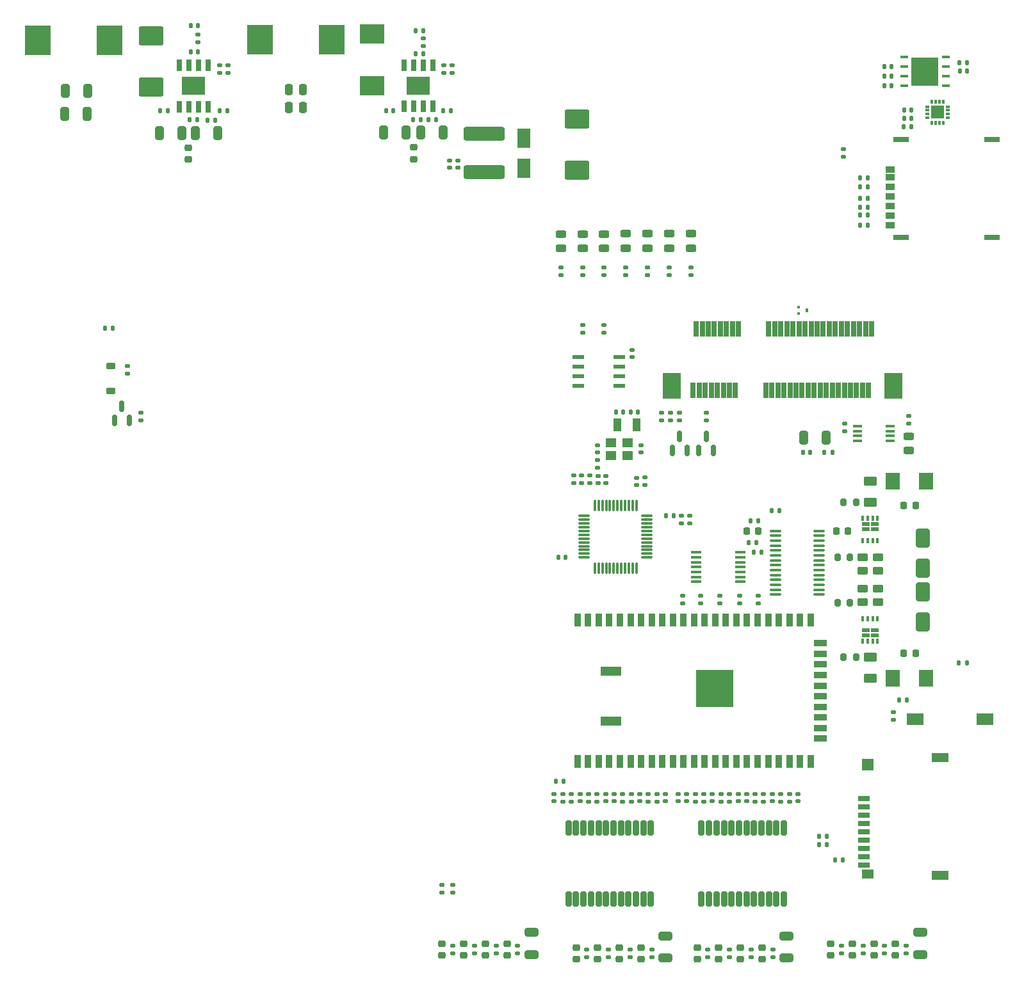
<source format=gtp>
G04 #@! TF.GenerationSoftware,KiCad,Pcbnew,7.0.6-0*
G04 #@! TF.CreationDate,2023-09-12T11:21:30-03:00*
G04 #@! TF.ProjectId,macunaima_rev2.3,6d616375-6e61-4696-9d61-5f726576322e,rev?*
G04 #@! TF.SameCoordinates,Original*
G04 #@! TF.FileFunction,Paste,Top*
G04 #@! TF.FilePolarity,Positive*
%FSLAX46Y46*%
G04 Gerber Fmt 4.6, Leading zero omitted, Abs format (unit mm)*
G04 Created by KiCad (PCBNEW 7.0.6-0) date 2023-09-12 11:21:30*
%MOMM*%
%LPD*%
G01*
G04 APERTURE LIST*
G04 Aperture macros list*
%AMRoundRect*
0 Rectangle with rounded corners*
0 $1 Rounding radius*
0 $2 $3 $4 $5 $6 $7 $8 $9 X,Y pos of 4 corners*
0 Add a 4 corners polygon primitive as box body*
4,1,4,$2,$3,$4,$5,$6,$7,$8,$9,$2,$3,0*
0 Add four circle primitives for the rounded corners*
1,1,$1+$1,$2,$3*
1,1,$1+$1,$4,$5*
1,1,$1+$1,$6,$7*
1,1,$1+$1,$8,$9*
0 Add four rect primitives between the rounded corners*
20,1,$1+$1,$2,$3,$4,$5,0*
20,1,$1+$1,$4,$5,$6,$7,0*
20,1,$1+$1,$6,$7,$8,$9,0*
20,1,$1+$1,$8,$9,$2,$3,0*%
G04 Aperture macros list end*
%ADD10RoundRect,0.225000X0.250000X-0.225000X0.250000X0.225000X-0.250000X0.225000X-0.250000X-0.225000X0*%
%ADD11R,1.000000X1.800000*%
%ADD12RoundRect,0.135000X0.185000X-0.135000X0.185000X0.135000X-0.185000X0.135000X-0.185000X-0.135000X0*%
%ADD13RoundRect,0.140000X-0.140000X-0.170000X0.140000X-0.170000X0.140000X0.170000X-0.140000X0.170000X0*%
%ADD14RoundRect,0.135000X-0.185000X0.135000X-0.185000X-0.135000X0.185000X-0.135000X0.185000X0.135000X0*%
%ADD15RoundRect,0.140000X0.170000X-0.140000X0.170000X0.140000X-0.170000X0.140000X-0.170000X-0.140000X0*%
%ADD16RoundRect,0.140000X0.140000X0.170000X-0.140000X0.170000X-0.140000X-0.170000X0.140000X-0.170000X0*%
%ADD17RoundRect,0.135000X0.135000X0.185000X-0.135000X0.185000X-0.135000X-0.185000X0.135000X-0.185000X0*%
%ADD18RoundRect,0.140000X-0.170000X0.140000X-0.170000X-0.140000X0.170000X-0.140000X0.170000X0.140000X0*%
%ADD19RoundRect,0.135000X-0.135000X-0.185000X0.135000X-0.185000X0.135000X0.185000X-0.135000X0.185000X0*%
%ADD20RoundRect,0.100000X-0.637500X-0.100000X0.637500X-0.100000X0.637500X0.100000X-0.637500X0.100000X0*%
%ADD21RoundRect,0.243750X0.456250X-0.243750X0.456250X0.243750X-0.456250X0.243750X-0.456250X-0.243750X0*%
%ADD22RoundRect,0.250000X-0.325000X-0.650000X0.325000X-0.650000X0.325000X0.650000X-0.325000X0.650000X0*%
%ADD23R,0.650000X1.525000*%
%ADD24R,3.100000X2.400000*%
%ADD25R,0.450000X0.400000*%
%ADD26R,0.450000X0.500000*%
%ADD27RoundRect,0.195000X-0.195000X0.805000X-0.195000X-0.805000X0.195000X-0.805000X0.195000X0.805000X0*%
%ADD28RoundRect,0.147500X-0.147500X-0.172500X0.147500X-0.172500X0.147500X0.172500X-0.147500X0.172500X0*%
%ADD29R,1.800000X2.500000*%
%ADD30R,0.300000X0.570000*%
%ADD31R,0.570000X0.300000*%
%ADD32R,1.750000X1.750000*%
%ADD33RoundRect,0.218750X0.256250X-0.218750X0.256250X0.218750X-0.256250X0.218750X-0.256250X-0.218750X0*%
%ADD34R,1.879600X2.260600*%
%ADD35RoundRect,0.225000X-0.375000X0.225000X-0.375000X-0.225000X0.375000X-0.225000X0.375000X0.225000X0*%
%ADD36R,1.600000X0.600000*%
%ADD37R,1.550000X0.600000*%
%ADD38RoundRect,0.200000X-0.200000X-0.275000X0.200000X-0.275000X0.200000X0.275000X-0.200000X0.275000X0*%
%ADD39RoundRect,0.225000X0.225000X0.250000X-0.225000X0.250000X-0.225000X-0.250000X0.225000X-0.250000X0*%
%ADD40RoundRect,0.250000X-0.450000X0.262500X-0.450000X-0.262500X0.450000X-0.262500X0.450000X0.262500X0*%
%ADD41R,3.500000X4.000000*%
%ADD42R,1.000000X0.600000*%
%ADD43R,0.420000X0.700000*%
%ADD44RoundRect,0.243750X-0.456250X0.243750X-0.456250X-0.243750X0.456250X-0.243750X0.456250X0.243750X0*%
%ADD45RoundRect,0.250000X-0.650000X0.325000X-0.650000X-0.325000X0.650000X-0.325000X0.650000X0.325000X0*%
%ADD46RoundRect,0.147500X0.172500X-0.147500X0.172500X0.147500X-0.172500X0.147500X-0.172500X-0.147500X0*%
%ADD47R,1.600200X0.711200*%
%ADD48R,1.498600X1.193800*%
%ADD49R,2.209800X1.193800*%
%ADD50R,1.498600X1.600200*%
%ADD51RoundRect,0.250000X0.625000X-0.375000X0.625000X0.375000X-0.625000X0.375000X-0.625000X-0.375000X0*%
%ADD52RoundRect,0.250000X0.325000X0.650000X-0.325000X0.650000X-0.325000X-0.650000X0.325000X-0.650000X0*%
%ADD53R,3.300000X2.500000*%
%ADD54RoundRect,0.075000X-0.075000X0.662500X-0.075000X-0.662500X0.075000X-0.662500X0.075000X0.662500X0*%
%ADD55RoundRect,0.075000X-0.662500X0.075000X-0.662500X-0.075000X0.662500X-0.075000X0.662500X0.075000X0*%
%ADD56RoundRect,0.250000X0.650000X-1.000000X0.650000X1.000000X-0.650000X1.000000X-0.650000X-1.000000X0*%
%ADD57R,1.150000X0.350000*%
%ADD58RoundRect,0.250000X0.250000X0.475000X-0.250000X0.475000X-0.250000X-0.475000X0.250000X-0.475000X0*%
%ADD59RoundRect,0.250000X1.400000X1.000000X-1.400000X1.000000X-1.400000X-1.000000X1.400000X-1.000000X0*%
%ADD60RoundRect,0.225000X-0.225000X-0.250000X0.225000X-0.250000X0.225000X0.250000X-0.225000X0.250000X0*%
%ADD61RoundRect,0.150000X0.150000X-0.587500X0.150000X0.587500X-0.150000X0.587500X-0.150000X-0.587500X0*%
%ADD62R,0.660400X2.108200*%
%ADD63R,2.438400X3.352800*%
%ADD64RoundRect,0.250000X-1.400000X-1.000000X1.400000X-1.000000X1.400000X1.000000X-1.400000X1.000000X0*%
%ADD65R,1.400000X1.200000*%
%ADD66R,1.143000X0.812800*%
%ADD67R,2.108200X0.711200*%
%ADD68RoundRect,0.147500X-0.172500X0.147500X-0.172500X-0.147500X0.172500X-0.147500X0.172500X0.147500X0*%
%ADD69R,2.180000X1.600000*%
%ADD70R,1.409700X0.355600*%
%ADD71RoundRect,0.250000X2.450000X-0.650000X2.450000X0.650000X-2.450000X0.650000X-2.450000X-0.650000X0*%
%ADD72R,0.900000X1.800000*%
%ADD73R,1.800000X0.900000*%
%ADD74R,5.000000X5.000000*%
%ADD75R,2.700000X1.200000*%
%ADD76R,1.112398X0.457200*%
%ADD77R,3.606800X3.708400*%
%ADD78RoundRect,0.250000X-0.650000X1.000000X-0.650000X-1.000000X0.650000X-1.000000X0.650000X1.000000X0*%
%ADD79RoundRect,0.250000X-0.625000X0.375000X-0.625000X-0.375000X0.625000X-0.375000X0.625000X0.375000X0*%
G04 APERTURE END LIST*
G36*
X121943978Y-19491793D02*
G01*
X120340578Y-19491793D01*
X120340578Y-17837593D01*
X121943978Y-17837593D01*
X121943978Y-19491793D01*
G37*
G36*
X121943978Y-17637593D02*
G01*
X120340578Y-17637593D01*
X120340578Y-15983393D01*
X121943978Y-15983393D01*
X121943978Y-17637593D01*
G37*
G36*
X120140578Y-19491793D02*
G01*
X118537178Y-19491793D01*
X118537178Y-17837593D01*
X120140578Y-17837593D01*
X120140578Y-19491793D01*
G37*
G36*
X120140578Y-17637593D02*
G01*
X118537178Y-17637593D01*
X118537178Y-15983393D01*
X120140578Y-15983393D01*
X120140578Y-17637593D01*
G37*
D10*
X79835716Y-135163813D03*
X79835716Y-133613813D03*
D11*
X79601980Y-64481773D03*
X82101980Y-64481773D03*
D12*
X28123573Y-17936573D03*
X28123573Y-16916573D03*
D13*
X124848702Y-17642593D03*
X125808702Y-17642593D03*
D14*
X75551074Y-133878813D03*
X75551074Y-134898813D03*
D15*
X77011980Y-72165441D03*
X77011980Y-71205441D03*
D16*
X24163573Y-15155573D03*
X23203573Y-15155573D03*
D10*
X113495716Y-134676773D03*
X113495716Y-133126773D03*
D17*
X109395000Y-122082000D03*
X108375000Y-122082000D03*
X100980000Y-75836000D03*
X99960000Y-75836000D03*
D12*
X74967921Y-44675573D03*
X74967921Y-43655573D03*
D13*
X79381980Y-62751773D03*
X80341980Y-62751773D03*
D16*
X49958573Y-22906773D03*
X48998573Y-22906773D03*
D14*
X81263930Y-133878813D03*
X81263930Y-134898813D03*
D18*
X109642821Y-64319872D03*
X109642821Y-65279872D03*
D19*
X25411573Y-24211973D03*
X26431573Y-24211973D03*
D20*
X100505491Y-78494273D03*
X100505491Y-79144273D03*
X100505491Y-79794273D03*
X100505491Y-80444273D03*
X100505491Y-81094273D03*
X100505491Y-81744273D03*
X100505491Y-82394273D03*
X100505491Y-83044273D03*
X100505491Y-83694273D03*
X100505491Y-84344273D03*
X100505491Y-84994273D03*
X100505491Y-85644273D03*
X100505491Y-86294273D03*
X100505491Y-86944273D03*
X106230491Y-86944273D03*
X106230491Y-86294273D03*
X106230491Y-85644273D03*
X106230491Y-84994273D03*
X106230491Y-84344273D03*
X106230491Y-83694273D03*
X106230491Y-83044273D03*
X106230491Y-82394273D03*
X106230491Y-81744273D03*
X106230491Y-81094273D03*
X106230491Y-80444273D03*
X106230491Y-79794273D03*
X106230491Y-79144273D03*
X106230491Y-78494273D03*
D21*
X118101021Y-67870972D03*
X118101021Y-65995972D03*
D16*
X82321980Y-62751773D03*
X81361980Y-62751773D03*
D22*
X6541573Y-23307973D03*
X9491573Y-23307973D03*
D14*
X78407502Y-133878813D03*
X78407502Y-134898813D03*
D22*
X48665573Y-25807573D03*
X51615573Y-25807573D03*
D18*
X103445051Y-113330057D03*
X103445051Y-114290057D03*
D23*
X21628573Y-22354973D03*
X22898573Y-22354973D03*
X24168573Y-22354973D03*
X25438573Y-22354973D03*
X25438573Y-16930973D03*
X24168573Y-16930973D03*
X22898573Y-16930973D03*
X21628573Y-16930973D03*
D24*
X23533573Y-19642973D03*
D14*
X63553930Y-133391773D03*
X63553930Y-134411773D03*
D19*
X111671279Y-35647593D03*
X112691279Y-35647593D03*
D12*
X91020435Y-114320057D03*
X91020435Y-113300057D03*
D10*
X92976787Y-135163813D03*
X92976787Y-133613813D03*
D13*
X86032804Y-76531773D03*
X86992804Y-76531773D03*
D15*
X81518573Y-55516773D03*
X81518573Y-54556773D03*
D25*
X103516998Y-48929419D03*
X103516998Y-49729419D03*
D26*
X104666998Y-49329419D03*
D27*
X101598573Y-117850183D03*
X100608573Y-117850183D03*
X99618573Y-117850183D03*
X98628573Y-117850183D03*
X97638573Y-117850183D03*
X96648573Y-117850183D03*
X95658573Y-117850183D03*
X94668573Y-117850183D03*
X93678573Y-117850183D03*
X92688573Y-117850183D03*
X91698573Y-117850183D03*
X90708573Y-117850183D03*
X90708573Y-127250183D03*
X91698573Y-127250183D03*
X92688573Y-127250183D03*
X93678573Y-127250183D03*
X94668573Y-127250183D03*
X95658573Y-127250183D03*
X96648573Y-127250183D03*
X97638573Y-127250183D03*
X98628573Y-127250183D03*
X99618573Y-127250183D03*
X100608573Y-127250183D03*
X101598573Y-127250183D03*
D28*
X97618573Y-81346773D03*
X98588573Y-81346773D03*
D29*
X67178573Y-30511773D03*
X67178573Y-26511773D03*
D14*
X116068000Y-102496000D03*
X116068000Y-103516000D03*
D30*
X121154464Y-24472593D03*
X121654464Y-24472593D03*
X122154464Y-24472593D03*
X122654464Y-24472593D03*
D31*
X123269464Y-23857593D03*
X123269464Y-23357593D03*
X123269464Y-22857593D03*
X123269464Y-22357593D03*
D30*
X122654464Y-21742593D03*
X122154464Y-21742593D03*
X121654464Y-21742593D03*
X121154464Y-21742593D03*
D31*
X120539464Y-22357593D03*
X120539464Y-22857593D03*
X120539464Y-23357593D03*
X120539464Y-23857593D03*
D32*
X121904464Y-23107593D03*
D12*
X72366265Y-114320057D03*
X72366265Y-113300057D03*
X88083573Y-77506773D03*
X88083573Y-76486773D03*
D10*
X107782860Y-134676773D03*
X107782860Y-133126773D03*
D33*
X52635973Y-29345073D03*
X52635973Y-27770073D03*
D28*
X97223573Y-77161773D03*
X98193573Y-77161773D03*
X104106473Y-68095796D03*
X105076473Y-68095796D03*
D12*
X80712031Y-44672711D03*
X80712031Y-43652711D03*
D15*
X73783573Y-72156773D03*
X73783573Y-71196773D03*
D34*
X120428373Y-98011773D03*
X116008773Y-98011773D03*
D33*
X22888573Y-29368073D03*
X22888573Y-27793073D03*
D12*
X24164573Y-13863573D03*
X24164573Y-12843573D03*
D15*
X82101980Y-72450350D03*
X82101980Y-71490350D03*
D35*
X12604573Y-56692573D03*
X12604573Y-59992573D03*
D14*
X90592000Y-87096000D03*
X90592000Y-88116000D03*
D17*
X107240181Y-118926773D03*
X106220181Y-118926773D03*
D14*
X94413511Y-113300057D03*
X94413511Y-114320057D03*
D12*
X81407801Y-114320057D03*
X81407801Y-113300057D03*
D15*
X58463573Y-30441773D03*
X58463573Y-29481773D03*
D14*
X101179663Y-113300057D03*
X101179663Y-114320057D03*
D36*
X74418573Y-55511773D03*
D37*
X74418573Y-56781773D03*
X74418573Y-58051773D03*
X74418573Y-59321773D03*
X79818573Y-59321773D03*
X79818573Y-58051773D03*
X79818573Y-56781773D03*
X79818573Y-55511773D03*
D16*
X112661279Y-38017593D03*
X111701279Y-38017593D03*
D14*
X74863573Y-71166773D03*
X74863573Y-72186773D03*
X57841074Y-125341000D03*
X57841074Y-126361000D03*
D10*
X110639288Y-134676773D03*
X110639288Y-133126773D03*
D38*
X109476173Y-74726773D03*
X111126173Y-74726773D03*
D14*
X102317355Y-113300057D03*
X102317355Y-114320057D03*
D16*
X72728573Y-82031773D03*
X71768573Y-82031773D03*
D15*
X100051971Y-114290057D03*
X100051971Y-113330057D03*
D39*
X118993573Y-94734273D03*
X117443573Y-94734273D03*
D14*
X76897033Y-113300057D03*
X76897033Y-114320057D03*
D40*
X112032373Y-81989273D03*
X112032373Y-83814273D03*
D12*
X97786587Y-114320057D03*
X97786587Y-113300057D03*
D41*
X12435573Y-13614973D03*
X2935573Y-13614973D03*
D18*
X82738707Y-67191773D03*
X82738707Y-68151773D03*
D19*
X117444578Y-25002593D03*
X118464578Y-25002593D03*
D22*
X19053573Y-25896573D03*
X22003573Y-25896573D03*
D28*
X117469578Y-22857593D03*
X118439578Y-22857593D03*
D42*
X112453573Y-78280393D03*
X113583573Y-78280393D03*
X112453573Y-77570393D03*
X113583573Y-77570393D03*
D43*
X112043573Y-76800393D03*
X112693573Y-76800393D03*
X113343573Y-76800393D03*
X113993573Y-76800393D03*
X112043573Y-79800393D03*
X112693573Y-79800393D03*
X113343573Y-79800393D03*
X113993573Y-79800393D03*
D16*
X115845780Y-18372593D03*
X114885780Y-18372593D03*
D12*
X77839976Y-44681773D03*
X77839976Y-43661773D03*
D14*
X93275819Y-113300057D03*
X93275819Y-114320057D03*
D17*
X107240181Y-119986773D03*
X106220181Y-119986773D03*
D44*
X80712031Y-39195073D03*
X80712031Y-41070073D03*
D13*
X52931173Y-15344373D03*
X53891173Y-15344373D03*
D12*
X85445373Y-63884554D03*
X85445373Y-62864554D03*
D15*
X78024725Y-114290057D03*
X78024725Y-113330057D03*
D45*
X119628573Y-131606773D03*
X119628573Y-134556773D03*
D10*
X56412860Y-134676773D03*
X56412860Y-133126773D03*
D46*
X83191980Y-72425350D03*
X83191980Y-71455350D03*
D14*
X112067502Y-133391773D03*
X112067502Y-134411773D03*
D47*
X112172619Y-113913296D03*
X112172619Y-115013296D03*
X112172619Y-116113297D03*
X112172619Y-117213297D03*
X112172619Y-118313297D03*
X112172619Y-119413295D03*
X112172619Y-120513295D03*
X112172619Y-121613296D03*
X112172619Y-122713296D03*
D48*
X112678619Y-123910296D03*
D49*
X122272619Y-124040296D03*
D50*
X112673619Y-109440296D03*
D49*
X122272619Y-108540296D03*
D10*
X59269288Y-134676773D03*
X59269288Y-133126773D03*
D40*
X112032373Y-86143394D03*
X112032373Y-87968394D03*
D51*
X113018573Y-74725393D03*
X113018573Y-71925393D03*
D44*
X72095866Y-39204135D03*
X72095866Y-41079135D03*
D14*
X26987573Y-16909573D03*
X26987573Y-17929573D03*
D52*
X9543573Y-20273973D03*
X6593573Y-20273973D03*
D22*
X23810573Y-25896573D03*
X26760573Y-25896573D03*
D45*
X101966072Y-132093813D03*
X101966072Y-135043813D03*
D53*
X47127373Y-19632573D03*
X47137373Y-12732573D03*
D19*
X111671279Y-31797593D03*
X112691279Y-31797593D03*
D54*
X82101980Y-75109273D03*
X81601980Y-75109273D03*
X81101980Y-75109273D03*
X80601980Y-75109273D03*
X80101980Y-75109273D03*
X79601980Y-75109273D03*
X79101980Y-75109273D03*
X78601980Y-75109273D03*
X78101980Y-75109273D03*
X77601980Y-75109273D03*
X77101980Y-75109273D03*
X76601980Y-75109273D03*
D55*
X75189480Y-76521773D03*
X75189480Y-77021773D03*
X75189480Y-77521773D03*
X75189480Y-78021773D03*
X75189480Y-78521773D03*
X75189480Y-79021773D03*
X75189480Y-79521773D03*
X75189480Y-80021773D03*
X75189480Y-80521773D03*
X75189480Y-81021773D03*
X75189480Y-81521773D03*
X75189480Y-82021773D03*
D54*
X76601980Y-83434273D03*
X77101980Y-83434273D03*
X77601980Y-83434273D03*
X78101980Y-83434273D03*
X78601980Y-83434273D03*
X79101980Y-83434273D03*
X79601980Y-83434273D03*
X80101980Y-83434273D03*
X80601980Y-83434273D03*
X81101980Y-83434273D03*
X81601980Y-83434273D03*
X82101980Y-83434273D03*
D55*
X83514480Y-82021773D03*
X83514480Y-81521773D03*
X83514480Y-81021773D03*
X83514480Y-80521773D03*
X83514480Y-80021773D03*
X83514480Y-79521773D03*
X83514480Y-79021773D03*
X83514480Y-78521773D03*
X83514480Y-78021773D03*
X83514480Y-77521773D03*
X83514480Y-77021773D03*
X83514480Y-76521773D03*
D12*
X86456141Y-44672711D03*
X86456141Y-43652711D03*
D14*
X56412860Y-125376000D03*
X56412860Y-126396000D03*
D13*
X52931173Y-12300373D03*
X53891173Y-12300373D03*
D16*
X72428573Y-111651773D03*
X71468573Y-111651773D03*
D10*
X90120359Y-135163813D03*
X90120359Y-133613813D03*
D15*
X76965254Y-68151773D03*
X76965254Y-67191773D03*
D14*
X98226000Y-87096000D03*
X98226000Y-88116000D03*
D15*
X57388573Y-30441773D03*
X57388573Y-29481773D03*
D56*
X119951173Y-90534273D03*
X119951173Y-86534273D03*
D46*
X87660418Y-114295057D03*
X87660418Y-113325057D03*
D14*
X117780358Y-133391773D03*
X117780358Y-134411773D03*
D16*
X112661279Y-34537593D03*
X111701279Y-34537593D03*
X112661279Y-36727593D03*
X111701279Y-36727593D03*
D57*
X111303221Y-64637672D03*
X111303221Y-65287672D03*
X111303221Y-65937672D03*
X111303221Y-66587672D03*
X115653221Y-66587672D03*
X115653221Y-65937672D03*
X115653221Y-65287672D03*
X115653221Y-64637672D03*
D18*
X78081980Y-71205441D03*
X78081980Y-72165441D03*
D44*
X89328199Y-39195073D03*
X89328199Y-41070073D03*
D10*
X95833215Y-135163813D03*
X95833215Y-133613813D03*
D58*
X38003573Y-22481773D03*
X36103573Y-22481773D03*
D14*
X16590573Y-62856573D03*
X16590573Y-63876573D03*
D10*
X74122860Y-135163813D03*
X74122860Y-133613813D03*
D59*
X74223573Y-30815273D03*
X74223573Y-24015273D03*
D60*
X117443573Y-75154273D03*
X118993573Y-75154273D03*
D39*
X110083573Y-78491773D03*
X108533573Y-78491773D03*
D14*
X57841074Y-133391773D03*
X57841074Y-134411773D03*
D18*
X88755051Y-113330057D03*
X88755051Y-114290057D03*
D38*
X108696173Y-88004273D03*
X110346173Y-88004273D03*
D14*
X93158000Y-87096000D03*
X93158000Y-88116000D03*
D15*
X82535493Y-114290057D03*
X82535493Y-113330057D03*
D19*
X56518573Y-22881773D03*
X57538573Y-22881773D03*
D41*
X41803573Y-13490173D03*
X32303573Y-13490173D03*
D45*
X68258573Y-131606773D03*
X68258573Y-134556773D03*
D14*
X60697502Y-133391773D03*
X60697502Y-134411773D03*
D12*
X73503957Y-114320057D03*
X73503957Y-113300057D03*
D14*
X91312773Y-62864554D03*
X91312773Y-63884554D03*
D10*
X82692144Y-135163813D03*
X82692144Y-133613813D03*
D61*
X86882973Y-67888296D03*
X88782973Y-67888296D03*
X87832973Y-66013296D03*
D14*
X87832973Y-62864554D03*
X87832973Y-63884554D03*
D44*
X86456141Y-39195073D03*
X86456141Y-41070073D03*
D62*
X89598998Y-59942001D03*
X89999000Y-51742000D03*
X90398999Y-59942001D03*
X90798998Y-51742000D03*
X91199000Y-59942001D03*
X91598999Y-51742000D03*
X91998998Y-59942001D03*
X92398998Y-51742000D03*
X92798999Y-59942001D03*
X93198998Y-51742000D03*
X93598998Y-59942001D03*
X93998999Y-51742000D03*
X94398999Y-59942001D03*
X94798998Y-51742000D03*
X95198997Y-59942001D03*
X95598999Y-51742000D03*
X99198998Y-59942001D03*
X99598997Y-51742000D03*
X99998999Y-59942001D03*
X100398998Y-51742000D03*
X100798997Y-59942001D03*
X101198999Y-51742000D03*
X101598998Y-59942001D03*
X101998997Y-51742000D03*
X102398997Y-59942001D03*
X102798998Y-51742000D03*
X103198998Y-59942001D03*
X103598997Y-51742000D03*
X103998999Y-59942001D03*
X104398998Y-51742000D03*
X104798997Y-59942001D03*
X105198999Y-51742000D03*
X105598998Y-59942001D03*
X105998997Y-51742000D03*
X106398996Y-59942001D03*
X106798998Y-51742000D03*
X107198997Y-59942001D03*
X107598996Y-51742000D03*
X107998998Y-59942001D03*
X108398997Y-51742000D03*
X108798997Y-59942001D03*
X109198996Y-51742000D03*
X109598998Y-59942001D03*
X109998997Y-51742000D03*
X110398996Y-59942001D03*
X110798998Y-51742000D03*
X111198997Y-59942001D03*
X111598996Y-51742000D03*
X111998998Y-59942001D03*
X112398997Y-51742000D03*
X112798996Y-59942001D03*
X113198995Y-51742000D03*
D63*
X86749002Y-59319701D03*
X116048994Y-59319701D03*
D40*
X114021173Y-86133394D03*
X114021173Y-87958394D03*
D12*
X89882743Y-114320057D03*
X89882743Y-113300057D03*
D64*
X17982573Y-12993973D03*
X17982573Y-19793973D03*
D14*
X97261429Y-133878813D03*
X97261429Y-134898813D03*
X118101021Y-63324672D03*
X118101021Y-64344672D03*
D19*
X22992573Y-24062573D03*
X24012573Y-24062573D03*
D17*
X117883573Y-100876773D03*
X116863573Y-100876773D03*
D65*
X78751980Y-68521773D03*
X80951980Y-68521773D03*
X80951980Y-66821773D03*
X78751980Y-66821773D03*
D18*
X71238573Y-113330057D03*
X71238573Y-114290057D03*
D14*
X57729173Y-16917173D03*
X57729173Y-17937173D03*
D15*
X95541203Y-114290057D03*
X95541203Y-113330057D03*
D27*
X84013573Y-117780183D03*
X83023573Y-117780183D03*
X82033573Y-117780183D03*
X81043573Y-117780183D03*
X80053573Y-117780183D03*
X79063573Y-117780183D03*
X78073573Y-117780183D03*
X77083573Y-117780183D03*
X76093573Y-117780183D03*
X75103573Y-117780183D03*
X74113573Y-117780183D03*
X73123573Y-117780183D03*
X73123573Y-127180183D03*
X74113573Y-127180183D03*
X75103573Y-127180183D03*
X76093573Y-127180183D03*
X77083573Y-127180183D03*
X78073573Y-127180183D03*
X79063573Y-127180183D03*
X80053573Y-127180183D03*
X81043573Y-127180183D03*
X82033573Y-127180183D03*
X83023573Y-127180183D03*
X84013573Y-127180183D03*
D52*
X107209473Y-66165396D03*
X104259473Y-66165396D03*
D12*
X86613773Y-63884554D03*
X86613773Y-62864554D03*
D17*
X97926173Y-80012136D03*
X96906173Y-80012136D03*
D12*
X80270109Y-114320057D03*
X80270109Y-113300057D03*
D19*
X26974573Y-22877973D03*
X27994573Y-22877973D03*
D12*
X72095866Y-44681773D03*
X72095866Y-43661773D03*
D10*
X76979288Y-135163813D03*
X76979288Y-133613813D03*
D38*
X108696173Y-81964273D03*
X110346173Y-81964273D03*
D66*
X115629578Y-32937593D03*
X115629578Y-35477593D03*
X115629578Y-38017593D03*
X115629578Y-31667593D03*
X115629578Y-34207593D03*
X115629578Y-36747593D03*
X115629578Y-30717593D03*
D67*
X117109639Y-39687593D03*
X117109639Y-26687593D03*
X129109580Y-39687593D03*
X129109580Y-26687593D03*
D18*
X85928573Y-113330057D03*
X85928573Y-114290057D03*
X96658895Y-113330057D03*
X96658895Y-114290057D03*
D12*
X76965254Y-70181773D03*
X76965254Y-69161773D03*
D14*
X83663185Y-113300057D03*
X83663185Y-114320057D03*
D60*
X96641173Y-78514273D03*
X98191173Y-78514273D03*
D38*
X109476173Y-95214273D03*
X111126173Y-95214273D03*
D16*
X112661279Y-32937593D03*
X111701279Y-32937593D03*
D19*
X52608573Y-24056773D03*
X53628573Y-24056773D03*
D16*
X20103573Y-22903973D03*
X19143573Y-22903973D03*
D68*
X75921980Y-71190441D03*
X75921980Y-72160441D03*
D44*
X83584086Y-39195073D03*
X83584086Y-41070073D03*
D16*
X118434578Y-23930093D03*
X117474578Y-23930093D03*
X115845780Y-19642593D03*
X114885780Y-19642593D03*
D10*
X116352144Y-134676773D03*
X116352144Y-133126773D03*
X62125716Y-134676773D03*
X62125716Y-133126773D03*
D13*
X23204573Y-11626573D03*
X24164573Y-11626573D03*
D18*
X74631649Y-113330057D03*
X74631649Y-114290057D03*
X79142417Y-113330057D03*
X79142417Y-114290057D03*
D61*
X90362773Y-67888296D03*
X92262773Y-67888296D03*
X91312773Y-66013296D03*
D19*
X11881573Y-51699573D03*
X12901573Y-51699573D03*
D18*
X92148127Y-113330057D03*
X92148127Y-114290057D03*
D69*
X118970000Y-103393000D03*
X128150000Y-103393000D03*
D14*
X84800877Y-113300057D03*
X84800877Y-114320057D03*
D19*
X124745000Y-95972000D03*
X125765000Y-95972000D03*
D45*
X85968573Y-132093813D03*
X85968573Y-135043813D03*
D14*
X66410358Y-133391773D03*
X66410358Y-134411773D03*
X91548573Y-133878813D03*
X91548573Y-134898813D03*
X100117857Y-133878813D03*
X100117857Y-134898813D03*
D12*
X53893773Y-14332373D03*
X53893773Y-13312373D03*
D17*
X107985021Y-68095796D03*
X106965021Y-68095796D03*
D12*
X89328199Y-44672711D03*
X89328199Y-43652711D03*
D14*
X94405001Y-133878813D03*
X94405001Y-134898813D03*
D16*
X115845780Y-17102593D03*
X114885780Y-17102593D03*
D44*
X74967921Y-39215073D03*
X74967921Y-41090073D03*
D58*
X38003573Y-20119573D03*
X36103573Y-20119573D03*
D12*
X109444578Y-28977593D03*
X109444578Y-27957593D03*
X14772573Y-57689573D03*
X14772573Y-56669573D03*
D14*
X84120358Y-133878813D03*
X84120358Y-134898813D03*
D70*
X89960823Y-81346815D03*
X89960823Y-81996801D03*
X89960823Y-82646787D03*
X89960823Y-83296773D03*
X89960823Y-83946759D03*
X89960823Y-84596745D03*
X89960823Y-85246731D03*
X95866323Y-85246731D03*
X95866323Y-84596745D03*
X95866323Y-83946759D03*
X95866323Y-83296773D03*
X95866323Y-82646787D03*
X95866323Y-81996801D03*
X95866323Y-81346815D03*
D71*
X61988573Y-31061773D03*
X61988573Y-25961773D03*
D12*
X83584086Y-44672711D03*
X83584086Y-43652711D03*
D17*
X125838702Y-16562593D03*
X124818702Y-16562593D03*
D14*
X77839976Y-51261000D03*
X77839976Y-52281000D03*
X95725750Y-87096000D03*
X95725750Y-88116000D03*
D40*
X114021173Y-81989273D03*
X114021173Y-83814273D03*
D10*
X98689643Y-135163813D03*
X98689643Y-133613813D03*
D22*
X53612373Y-25809373D03*
X56562373Y-25809373D03*
D72*
X74318573Y-108981773D03*
X75718573Y-108981773D03*
X77118573Y-108981773D03*
X78518573Y-108981773D03*
X79918573Y-108981773D03*
X81318573Y-108981773D03*
X82718573Y-108981773D03*
X84118573Y-108981773D03*
X85518573Y-108981773D03*
X86918573Y-108981773D03*
X88318573Y-108981773D03*
X89718573Y-108981773D03*
X91118573Y-108981773D03*
X92518573Y-108981773D03*
X93918573Y-108981773D03*
X95318573Y-108981773D03*
X96718573Y-108981773D03*
X98118573Y-108981773D03*
X99518573Y-108981773D03*
X100918573Y-108981773D03*
X102318573Y-108981773D03*
X103718573Y-108981773D03*
X105118573Y-108981773D03*
D73*
X106418573Y-105981773D03*
X106418573Y-104581773D03*
X106418573Y-103181773D03*
X106418573Y-101781773D03*
X106418573Y-100381773D03*
X106418573Y-98981773D03*
X106418573Y-97581773D03*
X106418573Y-96181773D03*
X106418573Y-94781773D03*
X106418573Y-93381773D03*
D72*
X105118573Y-90281773D03*
X103718573Y-90281773D03*
X102318573Y-90281773D03*
X100918573Y-90281773D03*
X99518573Y-90281773D03*
X98118573Y-90281773D03*
X96718573Y-90281773D03*
X95318573Y-90281773D03*
X93918573Y-90281773D03*
X92518573Y-90281773D03*
X91118573Y-90281773D03*
X89718573Y-90281773D03*
X88318573Y-90281773D03*
X86918573Y-90281773D03*
X85518573Y-90281773D03*
X84118573Y-90281773D03*
X82718573Y-90281773D03*
X81318573Y-90281773D03*
X79918573Y-90281773D03*
X78518573Y-90281773D03*
X77118573Y-90281773D03*
X75718573Y-90281773D03*
X74318573Y-90281773D03*
D74*
X92418573Y-99381773D03*
D75*
X78718573Y-103681773D03*
X78718573Y-97081773D03*
D14*
X75759341Y-113300057D03*
X75759341Y-114320057D03*
X74967921Y-51261000D03*
X74967921Y-52281000D03*
D44*
X77839976Y-39204135D03*
X77839976Y-41079135D03*
D61*
X13134573Y-63892073D03*
X15034573Y-63892073D03*
X14084573Y-62017073D03*
D18*
X89163573Y-76516773D03*
X89163573Y-77476773D03*
D76*
X122986379Y-19642593D03*
X122986379Y-18372593D03*
X122986379Y-17102593D03*
X122986379Y-15832593D03*
X117494777Y-15832593D03*
X117494777Y-17102593D03*
X117494777Y-18372593D03*
X117494777Y-19642593D03*
D77*
X120240578Y-17737593D03*
D78*
X119951173Y-79436773D03*
X119951173Y-83436773D03*
D23*
X51352521Y-22348973D03*
X52622521Y-22348973D03*
X53892521Y-22348973D03*
X55162521Y-22348973D03*
X55162521Y-16924973D03*
X53892521Y-16924973D03*
X52622521Y-16924973D03*
X51352521Y-16924973D03*
D24*
X53257521Y-19636973D03*
D19*
X54640573Y-24056773D03*
X55660573Y-24056773D03*
D42*
X113583573Y-91630550D03*
X112453573Y-91630550D03*
X113583573Y-92340550D03*
X112453573Y-92340550D03*
D43*
X113993573Y-93110550D03*
X113343573Y-93110550D03*
X112693573Y-93110550D03*
X112043573Y-93110550D03*
X113993573Y-90110550D03*
X113343573Y-90110550D03*
X112693573Y-90110550D03*
X112043573Y-90110550D03*
D79*
X113018573Y-95230550D03*
X113018573Y-98030550D03*
D14*
X88225000Y-87096000D03*
X88225000Y-88116000D03*
D10*
X64982144Y-134676773D03*
X64982144Y-133126773D03*
D34*
X120428373Y-71935393D03*
X116008773Y-71935393D03*
D14*
X56636973Y-16917173D03*
X56636973Y-17937173D03*
X114923930Y-133391773D03*
X114923930Y-134411773D03*
X109211074Y-133391773D03*
X109211074Y-134411773D03*
D12*
X98924279Y-114320057D03*
X98924279Y-113300057D03*
M02*

</source>
